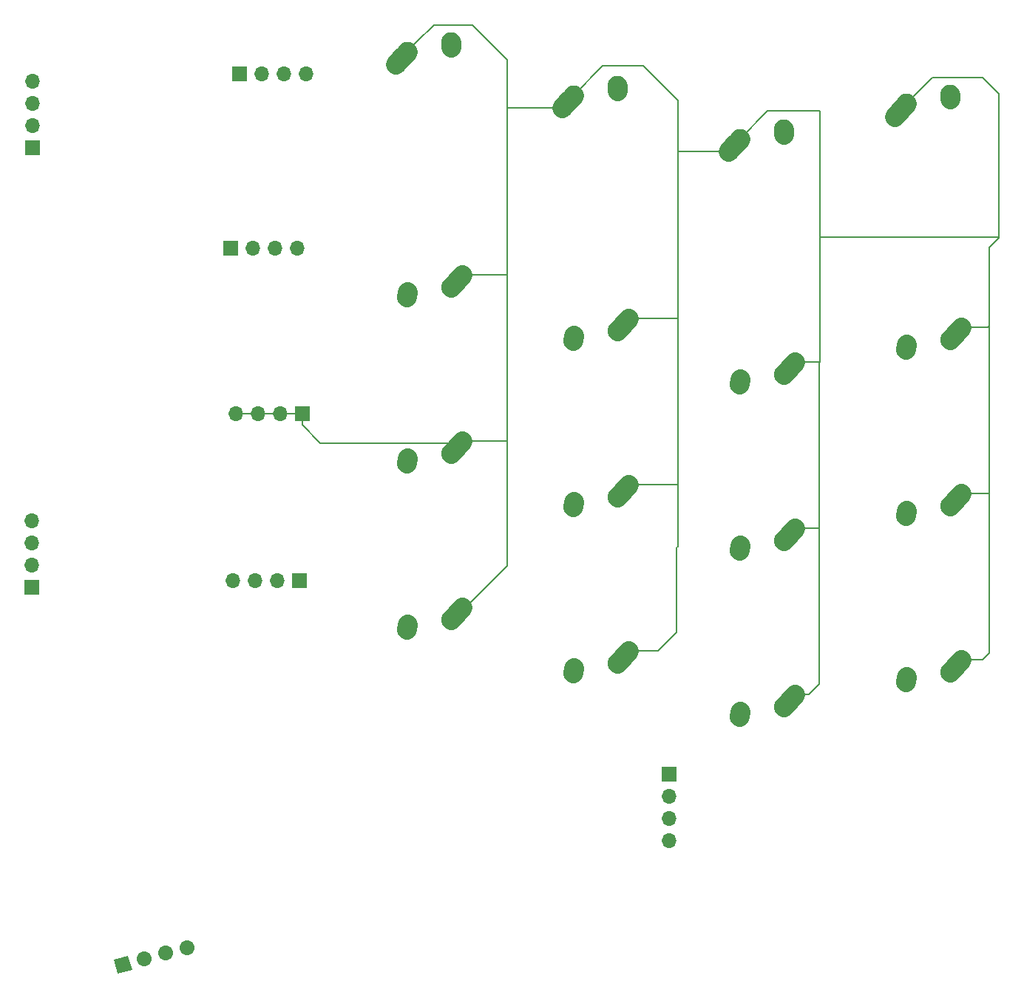
<source format=gbr>
G04 #@! TF.GenerationSoftware,KiCad,Pcbnew,(5.1.4)-1*
G04 #@! TF.CreationDate,2023-02-11T17:21:54-05:00*
G04 #@! TF.ProjectId,ThumbsUp,5468756d-6273-4557-902e-6b696361645f,rev?*
G04 #@! TF.SameCoordinates,Original*
G04 #@! TF.FileFunction,Copper,L1,Top*
G04 #@! TF.FilePolarity,Positive*
%FSLAX46Y46*%
G04 Gerber Fmt 4.6, Leading zero omitted, Abs format (unit mm)*
G04 Created by KiCad (PCBNEW (5.1.4)-1) date 2023-02-11 17:21:54*
%MOMM*%
%LPD*%
G04 APERTURE LIST*
%ADD10C,2.250000*%
%ADD11C,2.250000*%
%ADD12O,1.700000X1.700000*%
%ADD13R,1.700000X1.700000*%
%ADD14C,1.700000*%
%ADD15C,1.700000*%
%ADD16C,0.100000*%
%ADD17C,0.200000*%
G04 APERTURE END LIST*
D10*
X214962025Y-500800000D03*
X214307026Y-501530000D03*
D11*
X213652025Y-502260000D02*
X214962027Y-500800000D01*
D10*
X220002025Y-499720000D03*
X219982025Y-500010000D03*
D11*
X219962025Y-500300000D02*
X220002025Y-499720000D01*
D12*
X152912019Y-549610280D03*
X152912019Y-552150280D03*
X152912019Y-554690280D03*
D13*
X152912019Y-557230280D03*
D12*
X183332025Y-518360322D03*
X180792025Y-518360322D03*
X178252025Y-518360322D03*
D13*
X175712025Y-518360322D03*
D12*
X175936722Y-556457847D03*
X178476722Y-556457847D03*
X181016722Y-556457847D03*
D13*
X183556722Y-556457847D03*
D12*
X152958726Y-499260794D03*
X152958726Y-501800794D03*
X152958726Y-504340794D03*
D13*
X152958726Y-506880794D03*
D12*
X176239012Y-537342011D03*
X178779012Y-537342011D03*
X181319012Y-537342011D03*
D13*
X183859012Y-537342011D03*
D14*
X170712025Y-598510322D03*
D15*
X170712025Y-598510322D02*
X170712025Y-598510322D01*
D14*
X168258573Y-599167722D03*
D15*
X168258573Y-599167722D02*
X168258573Y-599167722D01*
D14*
X165805122Y-599825123D03*
D15*
X165805122Y-599825123D02*
X165805122Y-599825123D01*
D14*
X163351670Y-600482523D03*
D16*
G36*
X164392703Y-601083564D02*
G01*
X162750629Y-601523556D01*
X162310637Y-599881482D01*
X163952711Y-599441490D01*
X164392703Y-601083564D01*
X164392703Y-601083564D01*
G37*
D12*
X225912025Y-586230322D03*
X225912025Y-583690322D03*
X225912025Y-581150322D03*
D13*
X225912025Y-578610322D03*
D10*
X258062025Y-528860322D03*
X258717024Y-528130322D03*
D11*
X259372025Y-527400322D02*
X258062023Y-528860322D01*
D10*
X253022025Y-529940322D03*
X253042025Y-529650322D03*
D11*
X253062025Y-529360322D02*
X253022025Y-529940322D01*
D10*
X258062025Y-566960322D03*
X258717024Y-566230322D03*
D11*
X259372025Y-565500322D02*
X258062023Y-566960322D01*
D10*
X253022025Y-568040322D03*
X253042025Y-567750322D03*
D11*
X253062025Y-567460322D02*
X253022025Y-568040322D01*
D10*
X239012026Y-551910322D03*
X239667025Y-551180322D03*
D11*
X240322026Y-550450322D02*
X239012024Y-551910322D01*
D10*
X233972026Y-552990322D03*
X233992026Y-552700322D03*
D11*
X234012026Y-552410322D02*
X233972026Y-552990322D01*
D10*
X219962025Y-565960322D03*
X220617024Y-565230322D03*
D11*
X221272025Y-564500322D02*
X219962023Y-565960322D01*
D10*
X214922025Y-567040322D03*
X214942025Y-566750322D03*
D11*
X214962025Y-566460322D02*
X214922025Y-567040322D01*
D10*
X219962025Y-546910322D03*
X220617024Y-546180322D03*
D11*
X221272025Y-545450322D02*
X219962023Y-546910322D01*
D10*
X214922025Y-547990322D03*
X214942025Y-547700322D03*
D11*
X214962025Y-547410322D02*
X214922025Y-547990322D01*
D10*
X195912025Y-495800000D03*
X195257026Y-496530000D03*
D11*
X194602025Y-497260000D02*
X195912027Y-495800000D01*
D10*
X200952025Y-494720000D03*
X200932025Y-495010000D03*
D11*
X200912025Y-495300000D02*
X200952025Y-494720000D01*
D10*
X258062024Y-547910322D03*
X258717023Y-547180322D03*
D11*
X259372024Y-546450322D02*
X258062022Y-547910322D01*
D10*
X253022024Y-548990322D03*
X253042024Y-548700322D03*
D11*
X253062024Y-548410322D02*
X253022024Y-548990322D01*
D10*
X239012025Y-570960323D03*
X239667024Y-570230323D03*
D11*
X240322025Y-569500323D02*
X239012023Y-570960323D01*
D10*
X233972025Y-572040323D03*
X233992025Y-571750323D03*
D11*
X234012025Y-571460323D02*
X233972025Y-572040323D01*
D10*
X239012025Y-532860322D03*
X239667024Y-532130322D03*
D11*
X240322025Y-531400322D02*
X239012023Y-532860322D01*
D10*
X233972025Y-533940322D03*
X233992025Y-533650322D03*
D11*
X234012025Y-533360322D02*
X233972025Y-533940322D01*
D12*
X184332025Y-498360322D03*
X181792025Y-498360322D03*
X179252025Y-498360322D03*
D13*
X176712025Y-498360322D03*
D10*
X253062025Y-501800000D03*
X252407026Y-502530000D03*
D11*
X251752025Y-503260000D02*
X253062027Y-501800000D01*
D10*
X258102025Y-500720000D03*
X258082025Y-501010000D03*
D11*
X258062025Y-501300000D02*
X258102025Y-500720000D01*
D10*
X234012025Y-505800000D03*
X233357026Y-506530000D03*
D11*
X232702025Y-507260000D02*
X234012027Y-505800000D01*
D10*
X239052025Y-504720000D03*
X239032025Y-505010000D03*
D11*
X239012025Y-505300000D02*
X239052025Y-504720000D01*
D10*
X200912025Y-522860322D03*
X201567024Y-522130322D03*
D11*
X202222025Y-521400322D02*
X200912023Y-522860322D01*
D10*
X195872025Y-523940322D03*
X195892025Y-523650322D03*
D11*
X195912025Y-523360322D02*
X195872025Y-523940322D01*
D10*
X219962025Y-527860323D03*
X220617024Y-527130323D03*
D11*
X221272025Y-526400323D02*
X219962023Y-527860323D01*
D10*
X214922025Y-528940323D03*
X214942025Y-528650323D03*
D11*
X214962025Y-528360323D02*
X214922025Y-528940323D01*
D10*
X200912025Y-541910323D03*
X201567024Y-541180323D03*
D11*
X202222025Y-540450323D02*
X200912023Y-541910323D01*
D10*
X195872025Y-542990323D03*
X195892025Y-542700323D03*
D11*
X195912025Y-542410323D02*
X195872025Y-542990323D01*
D10*
X200912025Y-560960322D03*
X201567024Y-560230322D03*
D11*
X202222025Y-559500322D02*
X200912023Y-560960322D01*
D10*
X195872025Y-562040322D03*
X195892025Y-561750322D03*
D11*
X195912025Y-561460322D02*
X195872025Y-562040322D01*
D17*
X262490322Y-546450322D02*
X262550000Y-546390644D01*
X262560000Y-564740000D02*
X262560000Y-546520000D01*
X262560000Y-546520000D02*
X262490322Y-546450322D01*
X262530000Y-527480000D02*
X262530000Y-518270000D01*
X261799678Y-565500322D02*
X262560000Y-564740000D01*
X262550000Y-527500000D02*
X262530000Y-527480000D01*
X262550000Y-546390644D02*
X262550000Y-527500000D01*
X259372025Y-565500322D02*
X261799678Y-565500322D01*
X262490322Y-546450322D02*
X259372024Y-546450322D01*
X183859012Y-538584012D02*
X183859012Y-537342011D01*
X262530000Y-518270000D02*
X263650000Y-517150000D01*
X263650000Y-500680000D02*
X261760000Y-498790000D01*
X243180000Y-515350000D02*
X243180000Y-502650000D01*
X263650000Y-517150000D02*
X263620000Y-517120000D01*
X243069678Y-550450322D02*
X243100000Y-550420000D01*
X243300000Y-517120000D02*
X243180000Y-517000000D01*
X259372025Y-527400322D02*
X262409678Y-527400322D01*
X262409678Y-527400322D02*
X262520000Y-527290000D01*
X261760000Y-498790000D02*
X256072025Y-498790000D01*
X237162025Y-502650000D02*
X234012025Y-505800000D01*
X201997348Y-540675000D02*
X185950000Y-540675000D01*
X256072025Y-498790000D02*
X253062025Y-501800000D01*
X263650000Y-517150000D02*
X263650000Y-500680000D01*
X243180000Y-502650000D02*
X237162025Y-502650000D01*
X202222025Y-540450323D02*
X201997348Y-540675000D01*
X263620000Y-517120000D02*
X243300000Y-517120000D01*
X243180000Y-517000000D02*
X243180000Y-515350000D01*
X243049678Y-531400322D02*
X243100000Y-531450644D01*
X243100000Y-568325000D02*
X241924677Y-569500323D01*
X241924677Y-569500323D02*
X240322025Y-569500323D01*
X240322026Y-550450322D02*
X243069678Y-550450322D01*
X243100000Y-531450644D02*
X243180000Y-531370644D01*
X243180000Y-531370644D02*
X243180000Y-515350000D01*
X240322025Y-531400322D02*
X243049678Y-531400322D01*
X185950000Y-540675000D02*
X183859012Y-538584012D01*
X243100000Y-531450644D02*
X243100000Y-568325000D01*
X224649678Y-564500322D02*
X226750000Y-562400000D01*
X232702025Y-507260000D02*
X226960000Y-507260000D01*
X226900000Y-545400000D02*
X226900000Y-526350000D01*
X218312025Y-497450000D02*
X214962025Y-500800000D01*
X221272025Y-526400323D02*
X226849677Y-526400323D01*
X226849678Y-545450322D02*
X226900000Y-545400000D01*
X207350000Y-521450000D02*
X207350000Y-502200000D01*
X222900000Y-497450000D02*
X218312025Y-497450000D01*
X207350000Y-502200000D02*
X207350000Y-496750000D01*
X226750000Y-562400000D02*
X226750000Y-552688309D01*
X226900000Y-501450000D02*
X222900000Y-497450000D01*
X226900000Y-507200000D02*
X226900000Y-501450000D01*
X226900000Y-526350000D02*
X226900000Y-507200000D01*
X221272025Y-564500322D02*
X224649678Y-564500322D01*
X226960000Y-507260000D02*
X226900000Y-507200000D01*
X213652025Y-502260000D02*
X207410000Y-502260000D01*
X226900000Y-552538309D02*
X226900000Y-545400000D01*
X226849677Y-526400323D02*
X226900000Y-526350000D01*
X207410000Y-502260000D02*
X207350000Y-502200000D01*
X226750000Y-552688309D02*
X226900000Y-552538309D01*
X221272025Y-545450322D02*
X226849678Y-545450322D01*
X207350000Y-540450000D02*
X207350000Y-521450000D01*
X207350000Y-554733309D02*
X207350000Y-540450000D01*
X202222025Y-540450323D02*
X207349677Y-540450323D01*
X207349677Y-540450323D02*
X207350000Y-540450000D01*
X202582987Y-559500322D02*
X207350000Y-554733309D01*
X198962025Y-492750000D02*
X197037024Y-494675001D01*
X202222025Y-521400322D02*
X207300322Y-521400322D01*
X203350000Y-492750000D02*
X198962025Y-492750000D01*
X207350000Y-496750000D02*
X203350000Y-492750000D01*
X202222025Y-559500322D02*
X202582987Y-559500322D01*
X207300322Y-521400322D02*
X207350000Y-521450000D01*
X197037024Y-494675001D02*
X195912025Y-495800000D01*
X176239012Y-537342011D02*
X183859012Y-537342011D01*
M02*

</source>
